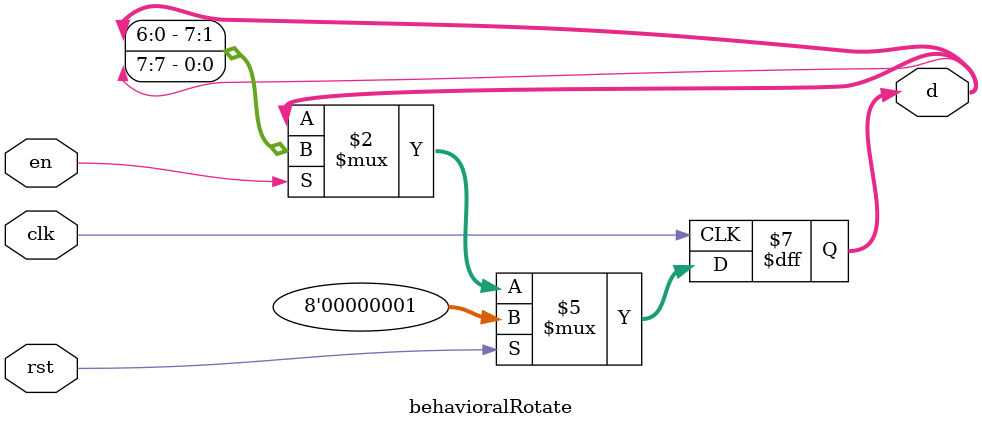
<source format=v>
`timescale 1ns / 1ps
module behavioralRotate(
    input clk,
    input en,
    input rst,
    output reg [7:0] d
    );

	always @(posedge clk) begin
		if (rst) begin
			d <= 8'd1;
		end
		else if (en) begin
			d <= {d[6:0], d[7]};
		end
	end

endmodule

</source>
